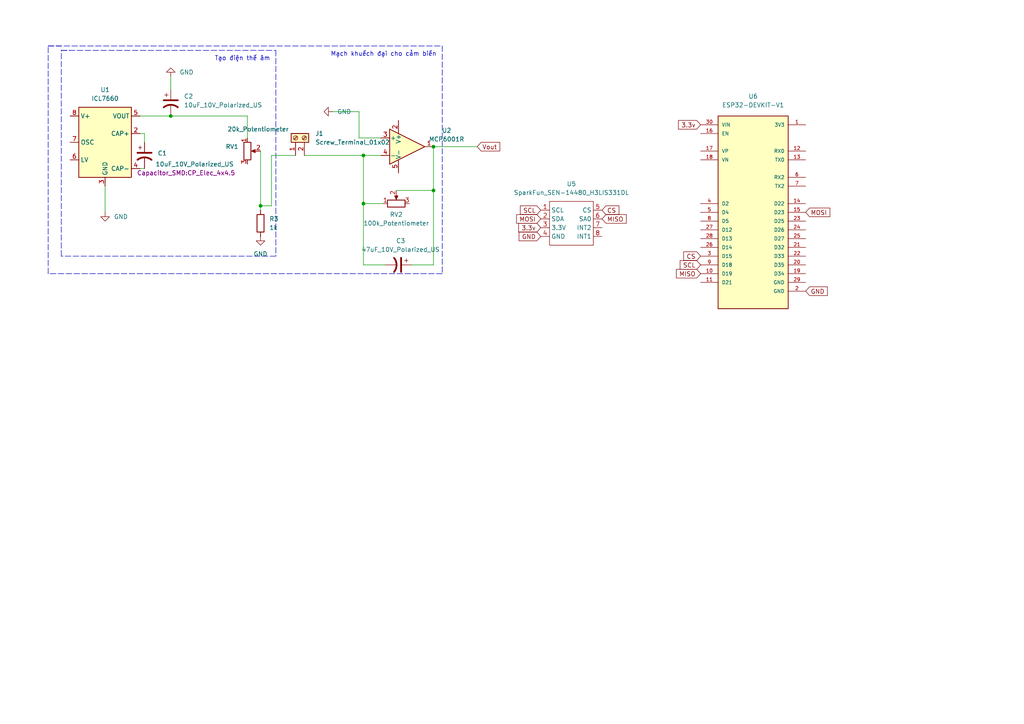
<source format=kicad_sch>
(kicad_sch (version 20211123) (generator eeschema)
  (paper "A4")
  (lib_symbols
    (symbol "Amplifier_Operational:MCP6001R" (pin_names (offset 0.127))
      (property "Reference" "U" (at 0 5.08 0))
      (property "Value" "MCP6001R" (at 0 -5.08 0))
      (symbol "MCP6001R_0_1"
        (polyline (pts (xy -5.08 5.08) (xy 5.08 0) (xy -5.08 -5.08) (xy -5.08 5.08)) (stroke (width 0.254)) (fill (type background)))
        (pin power_in line (at -2.54 7.62 270) (length 3.81) (name "V+") (number "2"))
        (pin power_in line (at -2.54 -7.62 90) (length 3.81) (name "V-") (number "5"))
      )
      (symbol "MCP6001R_1_1"
        (pin output line (at 7.62 0 180) (length 2.54) (name "~") (number "1"))
        (pin input line (at -7.62 2.54 0) (length 2.54) (name "+") (number "3"))
        (pin input line (at -7.62 -2.54 0) (length 2.54) (name "-") (number "4"))
      )
    )
    (symbol "Connector:Screw_Terminal_01x02" (pin_names (offset 1.016) hide)
      (property "Reference" "J" (at 0 2.54 0))
      (property "Value" "Screw_Terminal_01x02" (at 0 -5.08 0))
      (symbol "Screw_Terminal_01x02_1_1"
        (rectangle (start -1.27 1.27) (end 1.27 -3.81) (stroke (width 0.254)) (fill (type background)))
        (circle (center 0 -2.54) (radius 0.635) (stroke (width 0.1524)))
        (polyline (pts (xy -0.5334 -2.2098) (xy 0.3302 -3.048)) (stroke (width 0.1524)))
        (polyline (pts (xy -0.5334 0.3302) (xy 0.3302 -0.508)) (stroke (width 0.1524)))
        (polyline (pts (xy -0.3556 -2.032) (xy 0.508 -2.8702)) (stroke (width 0.1524)))
        (polyline (pts (xy -0.3556 0.508) (xy 0.508 -0.3302)) (stroke (width 0.1524)))
        (circle (center 0 0) (radius 0.635) (stroke (width 0.1524)))
        (pin passive line (at -5.08 0 0) (length 3.81) (name "Pin_1") (number "1"))
        (pin passive line (at -5.08 -2.54 0) (length 3.81) (name "Pin_2") (number "2"))
      )
    )
    (symbol "Device:C_Polarized_US" (pin_numbers hide) (pin_names (offset 0.254) hide)
      (property "Reference" "C" (at 0.635 2.54 0))
      (property "Value" "C_Polarized_US" (at 0.635 -2.54 0))
      (symbol "C_Polarized_US_0_1"
        (polyline (pts (xy -2.032 0.762) (xy 2.032 0.762)) (stroke (width 0.508)))
        (polyline (pts (xy -1.778 2.286) (xy -0.762 2.286)))
        (polyline (pts (xy -1.27 1.778) (xy -1.27 2.794)))
        (arc (start 2.032 -1.27) (mid 0 -0.5572) (end -2.032 -1.27) (stroke (width 0.508)))
      )
      (symbol "C_Polarized_US_1_1"
        (pin passive line (at 0 3.81 270) (length 2.794) (name "~") (number "1"))
        (pin passive line (at 0 -3.81 90) (length 3.302) (name "~") (number "2"))
      )
    )
    (symbol "Device:R" (pin_numbers hide) (pin_names (offset 0))
      (property "Reference" "R" (at 2.032 0 90))
      (property "Value" "R" (at 0 0 90))
      (symbol "R_0_1"
        (rectangle (start -1.016 -2.54) (end 1.016 2.54) (stroke (width 0.254)))
      )
      (symbol "R_1_1"
        (pin passive line (at 0 3.81 270) (length 1.27) (name "~") (number "1"))
        (pin passive line (at 0 -3.81 90) (length 1.27) (name "~") (number "2"))
      )
    )
    (symbol "Device:R_Potentiometer" (pin_names (offset 1.016) hide)
      (property "Reference" "RV" (at -4.445 0 90))
      (property "Value" "R_Potentiometer" (at -2.54 0 90))
      (symbol "R_Potentiometer_0_1"
        (polyline (pts (xy 2.54 0) (xy 1.524 0)))
        (polyline (pts (xy 1.143 0) (xy 2.286 0.508) (xy 2.286 -0.508) (xy 1.143 0)) (fill (type outline)))
        (rectangle (start 1.016 2.54) (end -1.016 -2.54) (stroke (width 0.254)))
      )
      (symbol "R_Potentiometer_1_1"
        (pin passive line (at 0 3.81 270) (length 1.27) (name "1") (number "1"))
        (pin passive line (at 3.81 0 180) (length 1.27) (name "2") (number "2"))
        (pin passive line (at 0 -3.81 90) (length 1.27) (name "3") (number "3"))
      )
    )
    (symbol "ESP32-DEVKIT-V1_1" (pin_names (offset 1.016))
      (property "Reference" "U" (at -10.16 30.48 0))
      (property "Value" "ESP32-DEVKIT-V1_1" (at -10.16 -30.48 0))
      (symbol "ESP32-DEVKIT-V1_1_0_0"
        (rectangle (start -10.16 -27.94) (end 10.16 27.94) (stroke (width 0.254)) (fill (type background)))
        (pin output line (at 15.24 25.4 180) (length 5.08) (name "3V3") (number "1"))
        (pin bidirectional line (at -15.24 -17.78 0) (length 5.08) (name "D19") (number "10"))
        (pin bidirectional line (at -15.24 -20.32 0) (length 5.08) (name "D21") (number "11"))
        (pin input line (at 15.24 17.78 180) (length 5.08) (name "RX0") (number "12"))
        (pin output line (at 15.24 15.24 180) (length 5.08) (name "TX0") (number "13"))
        (pin bidirectional line (at 15.24 2.54 180) (length 5.08) (name "D22") (number "14"))
        (pin bidirectional line (at 15.24 0 180) (length 5.08) (name "D23") (number "15"))
        (pin input line (at -15.24 22.86 0) (length 5.08) (name "EN") (number "16"))
        (pin bidirectional line (at -15.24 17.78 0) (length 5.08) (name "VP") (number "17"))
        (pin bidirectional line (at -15.24 15.24 0) (length 5.08) (name "VN") (number "18"))
        (pin bidirectional line (at 15.24 -17.78 180) (length 5.08) (name "D34") (number "19"))
        (pin power_in line (at 15.24 -22.86 180) (length 5.08) (name "GND") (number "2"))
        (pin bidirectional line (at 15.24 -15.24 180) (length 5.08) (name "D35") (number "20"))
        (pin bidirectional line (at 15.24 -10.16 180) (length 5.08) (name "D32") (number "21"))
        (pin bidirectional line (at 15.24 -12.7 180) (length 5.08) (name "D33") (number "22"))
        (pin bidirectional line (at 15.24 -2.54 180) (length 5.08) (name "D25") (number "23"))
        (pin bidirectional line (at 15.24 -5.08 180) (length 5.08) (name "D26") (number "24"))
        (pin bidirectional line (at 15.24 -7.62 180) (length 5.08) (name "D27") (number "25"))
        (pin bidirectional line (at -15.24 -10.16 0) (length 5.08) (name "D14") (number "26"))
        (pin bidirectional line (at -15.24 -5.08 0) (length 5.08) (name "D12") (number "27"))
        (pin bidirectional line (at -15.24 -7.62 0) (length 5.08) (name "D13") (number "28"))
        (pin power_in line (at 15.24 -20.32 180) (length 5.08) (name "GND") (number "29"))
        (pin bidirectional line (at -15.24 -12.7 0) (length 5.08) (name "D15") (number "3"))
        (pin input line (at -15.24 25.4 0) (length 5.08) (name "VIN") (number "30"))
        (pin bidirectional line (at -15.24 2.54 0) (length 5.08) (name "D2") (number "4"))
        (pin bidirectional line (at -15.24 0 0) (length 5.08) (name "D4") (number "5"))
        (pin input line (at 15.24 10.16 180) (length 5.08) (name "RX2") (number "6"))
        (pin output line (at 15.24 7.62 180) (length 5.08) (name "TX2") (number "7"))
        (pin bidirectional line (at -15.24 -2.54 0) (length 5.08) (name "D5") (number "8"))
        (pin bidirectional line (at -15.24 -15.24 0) (length 5.08) (name "D18") (number "9"))
      )
    )
    (symbol "Regulator_SwitchedCapacitor:ICL7660"
      (property "Reference" "U" (at -6.35 11.43 0))
      (property "Value" "ICL7660" (at 3.81 11.43 0))
      (symbol "ICL7660_0_1"
        (rectangle (start -7.62 10.16) (end 7.62 -10.16) (stroke (width 0.254)) (fill (type background)))
      )
      (symbol "ICL7660_1_1"
        (pin no_connect line (at -7.62 5.08 0) (length 2.54) hide (name "NC") (number "1"))
        (pin input line (at 10.16 2.54 180) (length 2.54) (name "CAP+") (number "2"))
        (pin power_in line (at 0 -12.7 90) (length 2.54) (name "GND") (number "3"))
        (pin input line (at 10.16 -7.62 180) (length 2.54) (name "CAP-") (number "4"))
        (pin power_out line (at 10.16 7.62 180) (length 2.54) (name "VOUT") (number "5"))
        (pin input line (at -10.16 -5.08 0) (length 2.54) (name "LV") (number "6"))
        (pin input line (at -10.16 0 0) (length 2.54) (name "OSC") (number "7"))
        (pin power_in line (at -10.16 7.62 0) (length 2.54) (name "V+") (number "8"))
      )
    )
    (symbol "SparkFun_H3LIS331DL:SparkFun_SEN-14480_H3LIS331DL"
      (property "Reference" "U" (at 0 11.43 0))
      (property "Value" "SparkFun_SEN-14480_H3LIS331DL" (at 1.27 8.89 0))
      (symbol "SparkFun_SEN-14480_H3LIS331DL_0_1"
        (rectangle (start -6.35 6.35) (end 6.35 -6.35))
      )
      (symbol "SparkFun_SEN-14480_H3LIS331DL_1_1"
        (pin input line (at -8.89 3.81 0) (length 2.54) (name "SCL") (number "1"))
        (pin input line (at -8.89 1.27 0) (length 2.54) (name "SDA") (number "2"))
        (pin input line (at -8.89 -1.27 0) (length 2.54) (name "3.3V") (number "3"))
        (pin input line (at -8.89 -3.81 0) (length 2.54) (name "GND") (number "4"))
        (pin input line (at 8.89 3.81 180) (length 2.54) (name "CS") (number "5"))
        (pin input line (at 8.89 1.27 180) (length 2.54) (name "SA0") (number "6"))
        (pin input line (at 8.89 -1.27 180) (length 2.54) (name "INT2") (number "7"))
        (pin input line (at 8.89 -3.81 180) (length 2.54) (name "INT1") (number "8"))
      )
    )
    (symbol "power:GND" (power) (pin_names (offset 0))
      (property "Value" "GND" (at 0 -3.81 0))
      (symbol "GND_0_1"
        (polyline (pts (xy 0 0) (xy 0 -1.27) (xy 1.27 -1.27) (xy 0 -2.54) (xy -1.27 -1.27) (xy 0 -1.27)))
      )
      (symbol "GND_1_1"
        (pin power_in line (at 0 0 270) (length 0) hide (name "GND") (number "1"))
      )
    )
  )
  (junction (at 49.53 33.655))
  (junction (at 125.73 55.245))
  (junction (at 105.41 45.085))
  (junction (at 125.73 42.545))
  (junction (at 105.41 59.055))
  (junction (at 75.565 59.69))
  (wire (pts (xy 30.48 53.975) (xy 30.48 61.595)))
  (wire (pts (xy 110.49 40.005) (xy 104.14 40.005)))
  (wire (pts (xy 104.14 32.385) (xy 96.52 32.385)))
  (wire (pts (xy 71.755 33.655) (xy 49.53 33.655)))
  (wire (pts (xy 40.64 48.895) (xy 41.91 48.895)))
  (polyline (pts (xy 17.78 74.295) (xy 17.78 14.605)))
  (polyline (pts (xy 13.97 13.335) (xy 17.78 13.335)))
  (wire (pts (xy 40.64 33.655) (xy 49.53 33.655)))
  (wire (pts (xy 111.76 76.835) (xy 105.41 76.835)))
  (wire (pts (xy 71.755 40.005) (xy 71.755 33.655)))
  (polyline (pts (xy 13.97 13.335) (xy 128.27 13.335)))
  (polyline (pts (xy 17.78 14.605) (xy 20.32 14.605)))
  (wire (pts (xy 78.74 45.085) (xy 78.74 59.69)))
  (polyline (pts (xy 128.27 13.335) (xy 128.27 79.375)))
  (wire (pts (xy 78.74 45.085) (xy 85.725 45.085)))
  (polyline (pts (xy 13.97 79.375) (xy 13.97 13.335)))
  (polyline (pts (xy 17.78 14.605) (xy 80.01 14.605)))
  (wire (pts (xy 40.64 38.735) (xy 41.91 38.735)))
  (wire (pts (xy 125.73 42.545) (xy 138.43 42.545)))
  (polyline (pts (xy 80.01 74.295) (xy 17.78 74.295)))
  (wire (pts (xy 78.74 59.69) (xy 75.565 59.69)))
  (polyline (pts (xy 128.27 79.375) (xy 13.97 79.375)))
  (wire (pts (xy 75.565 43.815) (xy 75.565 59.69)))
  (wire (pts (xy 41.91 38.735) (xy 41.91 41.275)))
  (polyline (pts (xy 80.01 14.605) (xy 80.01 74.295)))
  (wire (pts (xy 125.73 76.835) (xy 119.38 76.835)))
  (wire (pts (xy 114.935 55.245) (xy 125.73 55.245)))
  (wire (pts (xy 105.41 45.085) (xy 110.49 45.085)))
  (wire (pts (xy 105.41 59.055) (xy 105.41 76.835)))
  (wire (pts (xy 88.265 45.085) (xy 105.41 45.085)))
  (wire (pts (xy 104.14 40.005) (xy 104.14 32.385)))
  (wire (pts (xy 125.73 55.245) (xy 125.73 76.835)))
  (wire (pts (xy 75.565 59.69) (xy 75.565 60.96)))
  (wire (pts (xy 105.41 59.055) (xy 111.125 59.055)))
  (wire (pts (xy 105.41 45.085) (xy 105.41 59.055)))
  (wire (pts (xy 125.73 42.545) (xy 125.73 55.245)))
  (wire (pts (xy 49.53 22.225) (xy 49.53 26.035)))
  (text "Tạo điện thế âm\n" (at 62.23 17.78 0) (effects (font (size 1.27 1.27)) (justify left bottom)))
  (text "Mạch khuếch đại cho cảm biến" (at 95.885 16.51 0) (effects (font (size 1.27 1.27)) (justify left bottom)))
  (global_label "CS" (shape input) (at 174.625 60.96 0) (property "Intersheet References" "${INTERSHEET_REFS}" (effects hide)))
  (global_label "MISO" (shape input) (at 174.625 63.5 0) (property "Intersheet References" "${INTERSHEET_REFS}" (effects hide)))
  (global_label "MOSI" (shape input) (at 233.68 61.595 0) (property "Intersheet References" "${INTERSHEET_REFS}" (effects hide)))
  (global_label "CS" (shape input) (at 203.2 74.295 180) (property "Intersheet References" "${INTERSHEET_REFS}" (effects hide)))
  (global_label "GND" (shape input) (at 233.68 84.455 0) (property "Intersheet References" "${INTERSHEET_REFS}" (effects hide)))
  (global_label "SCL" (shape input) (at 203.2 76.835 180) (property "Intersheet References" "${INTERSHEET_REFS}" (effects hide)))
  (global_label "3.3v" (shape input) (at 156.845 66.04 180) (property "Intersheet References" "${INTERSHEET_REFS}" (effects hide)))
  (global_label "GND" (shape input) (at 156.845 68.58 180) (property "Intersheet References" "${INTERSHEET_REFS}" (effects hide)))
  (global_label "3.3v" (shape input) (at 203.2 36.195 180) (property "Intersheet References" "${INTERSHEET_REFS}" (effects hide)))
  (global_label "MOSI" (shape input) (at 156.845 63.5 180) (property "Intersheet References" "${INTERSHEET_REFS}" (effects hide)))
  (global_label "MISO" (shape input) (at 203.2 79.375 180) (property "Intersheet References" "${INTERSHEET_REFS}" (effects hide)))
  (global_label "SCL" (shape input) (at 156.845 60.96 180) (property "Intersheet References" "${INTERSHEET_REFS}" (effects hide)))
  (global_label "Vout" (shape input) (at 138.43 42.545 0) (property "Intersheet References" "${INTERSHEET_REFS}" (effects hide)))
  (symbol (lib_name "ESP32-DEVKIT-V1_1") (lib_id "ESP32-DEVKIT-V1:ESP32-DEVKIT-V1") (at 218.44 61.595 0) (unit 1)
    (property "Reference" "U6" (at 218.44 27.94 0))
    (property "Value" "ESP32-DEVKIT-V1" (at 218.44 30.48 0))
    (property "Footprint" "ESP32-DEVKIT-V1:MODULE_ESP32_DEVKIT_V1" (effects hide))
    (property "STANDARD" "Manufacturer Recommendations" (effects hide))
    (property "PARTREV" "N/A" (effects hide))
    (property "MANUFACTURER" "DOIT" (effects hide))
    (property "MAXIMUM_PACKAGE_HEIGHT" "6.8 mm" (effects hide))
  )
  (symbol (lib_id "Device:C_Polarized_US") (at 41.91 45.085 0) (unit 1)
    (property "Reference" "C1" (at 45.72 44.45 0) (effects (justify left)))
    (property "Value" "10uF_10V_Polarized_US" (at 45.085 47.625 0) (effects (justify left)))
    (property "Footprint" "Capacitor_SMD:CP_Elec_4x4.5" (at 53.975 50.165 0))
  )
  (symbol (lib_id "power:GND") (at 30.48 61.595 0) (unit 1)
    (property "Reference" "#PWR0101" (effects hide))
    (property "Value" "GND" (at 33.02 62.8649 0) (effects (justify left)))
  )
  (symbol (lib_id "power:GND") (at 49.53 22.225 180) (unit 1)
    (property "Reference" "#PWR0102" (effects hide))
    (property "Value" "GND" (at 52.07 20.9549 0) (effects (justify right)))
  )
  (symbol (lib_id "Device:C_Polarized_US") (at 49.53 29.845 0) (unit 1)
    (property "Reference" "C2" (at 53.34 27.9399 0) (effects (justify left)))
    (property "Value" "10uF_10V_Polarized_US" (at 53.34 30.4799 0) (effects (justify left)))
    (property "Footprint" "Capacitor_SMD:CP_Elec_4x4.5" (effects hide))
  )
  (symbol (lib_id "power:GND") (at 75.565 68.58 0) (unit 1)
    (property "Reference" "#PWR0103" (effects hide))
    (property "Value" "GND" (at 75.565 73.66 0))
  )
  (symbol (lib_id "power:GND") (at 96.52 32.385 270) (unit 1)
    (property "Reference" "#PWR0104" (effects hide))
    (property "Value" "GND" (at 97.79 32.3849 90) (effects (justify left)))
  )
  (symbol (lib_id "SparkFun_H3LIS331DL:SparkFun_SEN-14480_H3LIS331DL") (at 165.735 64.77 0) (unit 1)
    (property "Reference" "U5" (at 165.735 53.34 0))
    (property "Value" "SparkFun_SEN-14480_H3LIS331DL" (at 165.735 55.88 0))
    (property "Footprint" "SparkFun_Tri_Axis_Accel_Breakout-H3LIS331DL_1:SparkFun_Tri_Axis_Accel_Breakout-H3LIS331DL" (effects hide))
  )
  (symbol (lib_id "Device:R_Potentiometer") (at 71.755 43.815 0) (unit 1)
    (property "Reference" "RV1" (at 69.215 42.5449 0) (effects (justify right)))
    (property "Value" "20k_Potentiometer" (at 83.82 37.465 0) (effects (justify right)))
    (property "Footprint" "3362P-1-103LF:3362P_1" (effects hide))
  )
  (symbol (lib_id "Device:C_Polarized_US") (at 115.57 76.835 270) (unit 1)
    (property "Reference" "C3" (at 116.205 69.85 90))
    (property "Value" "47uF_10V_Polarized_US" (at 116.205 72.39 90))
    (property "Footprint" "Capacitor_SMD:CP_Elec_4x4.5" (effects hide))
  )
  (symbol (lib_id "Regulator_SwitchedCapacitor:ICL7660") (at 30.48 41.275 0) (unit 1)
    (property "Reference" "U1" (at 30.48 26.035 0))
    (property "Value" "ICL7660" (at 30.48 28.575 0))
    (property "Footprint" "Package_DIP:DIP-8_W7.62mm" (effects hide))
    (property "Datasheet" "http://datasheets.maximintegrated.com/en/ds/ICL7660-MAX1044.pdf" (effects hide))
  )
  (symbol (lib_id "Device:R") (at 75.565 64.77 0) (unit 1)
    (property "Reference" "R3" (at 78.105 63.4999 0) (effects (justify left)))
    (property "Value" "1k" (at 78.105 66.0399 0) (effects (justify left)))
    (property "Footprint" "Resistor_SMD:R_0805_2012Metric" (effects hide))
  )
  (symbol (lib_id "Amplifier_Operational:MCP6001R") (at 118.11 42.545 0) (unit 1)
    (property "Reference" "U2" (at 129.54 37.846 0))
    (property "Value" "MCP6001R" (at 129.54 40.386 0))
    (property "Footprint" "Package_TO_SOT_SMD:SOT-23-5" (effects hide))
    (property "Datasheet" "http://ww1.microchip.com/downloads/en/DeviceDoc/21733j.pdf" (effects hide))
  )
  (symbol (lib_id "Device:R_Potentiometer") (at 114.935 59.055 90) (unit 1)
    (property "Reference" "RV2" (at 114.935 62.23 90))
    (property "Value" "100k_Potentiometer" (at 114.935 64.77 90))
    (property "Footprint" "3362P-1-103LF:3362P_1" (effects hide))
  )
  (symbol (lib_id "Connector:Screw_Terminal_01x02") (at 85.725 40.005 90) (unit 1)
    (property "Reference" "J1" (at 91.44 38.7349 90) (effects (justify right)))
    (property "Value" "Screw_Terminal_01x02" (at 91.44 41.2749 90) (effects (justify right)))
    (property "Footprint" "TerminalBlock_Phoenix:TerminalBlock_Phoenix_MKDS-1,5-2-5.08_1x02_P5.08mm_Horizontal" (effects hide))
  )
)
</source>
